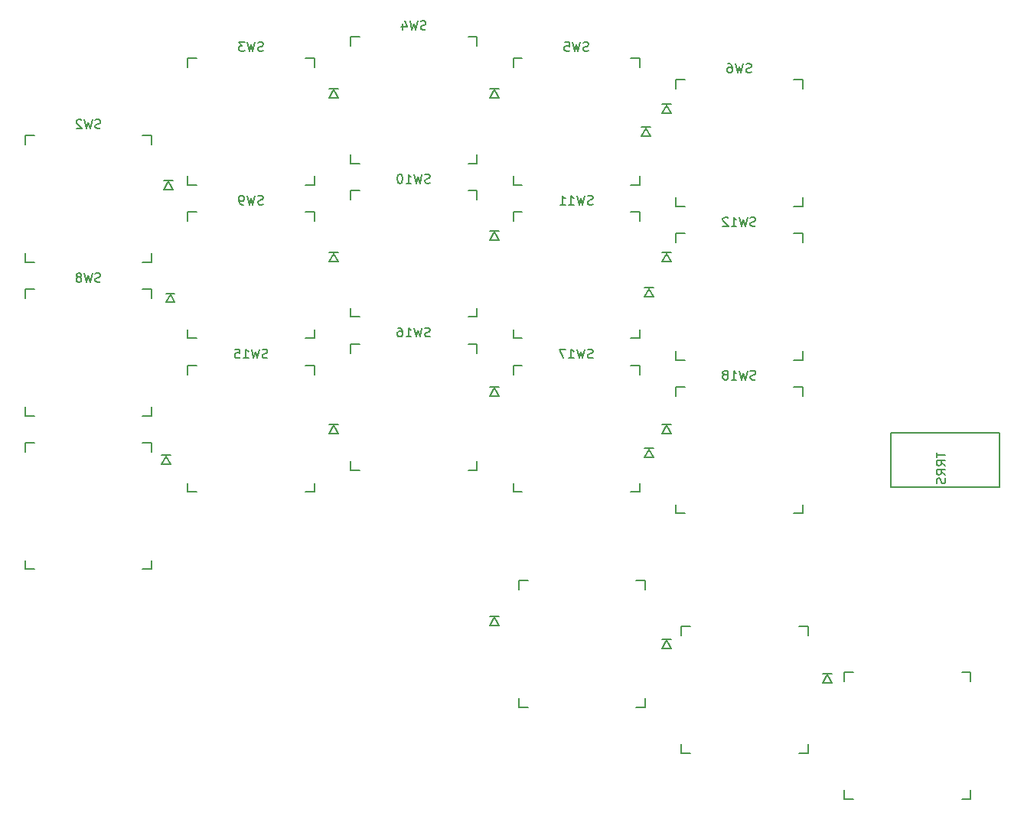
<source format=gbo>
G04 #@! TF.GenerationSoftware,KiCad,Pcbnew,(5.1.5-0-10_14)*
G04 #@! TF.CreationDate,2020-05-05T15:06:42+01:00*
G04 #@! TF.ProjectId,beak,6265616b-2e6b-4696-9361-645f70636258,2.1*
G04 #@! TF.SameCoordinates,Original*
G04 #@! TF.FileFunction,Legend,Bot*
G04 #@! TF.FilePolarity,Positive*
%FSLAX46Y46*%
G04 Gerber Fmt 4.6, Leading zero omitted, Abs format (unit mm)*
G04 Created by KiCad (PCBNEW (5.1.5-0-10_14)) date 2020-05-05 15:06:42*
%MOMM*%
%LPD*%
G04 APERTURE LIST*
%ADD10C,0.150000*%
G04 APERTURE END LIST*
D10*
X109620000Y-98440000D02*
X110620000Y-98440000D01*
X109620000Y-97440000D02*
X109620000Y-98440000D01*
X109620000Y-84440000D02*
X109620000Y-85440000D01*
X110620000Y-84440000D02*
X109620000Y-84440000D01*
X123620000Y-84440000D02*
X122620000Y-84440000D01*
X123620000Y-85440000D02*
X123620000Y-84440000D01*
X123620000Y-98440000D02*
X123620000Y-97440000D01*
X122620000Y-98440000D02*
X123620000Y-98440000D01*
X123000000Y-57920000D02*
X123000000Y-58920000D01*
X122000000Y-57920000D02*
X123000000Y-57920000D01*
X123000000Y-71920000D02*
X122000000Y-71920000D01*
X123000000Y-70920000D02*
X123000000Y-71920000D01*
X109000000Y-71920000D02*
X109000000Y-70920000D01*
X110000000Y-71920000D02*
X109000000Y-71920000D01*
X109000000Y-57920000D02*
X110000000Y-57920000D01*
X109000000Y-58920000D02*
X109000000Y-57920000D01*
X108500000Y-62045000D02*
X107500000Y-62045000D01*
X107500000Y-63045000D02*
X108000000Y-62145000D01*
X108500000Y-63045000D02*
X107500000Y-63045000D01*
X108000000Y-62145000D02*
X108500000Y-63045000D01*
X91620000Y-93360000D02*
X92620000Y-93360000D01*
X91620000Y-92360000D02*
X91620000Y-93360000D01*
X91620000Y-79360000D02*
X91620000Y-80360000D01*
X92620000Y-79360000D02*
X91620000Y-79360000D01*
X105620000Y-79360000D02*
X104620000Y-79360000D01*
X105620000Y-80360000D02*
X105620000Y-79360000D01*
X105620000Y-93360000D02*
X105620000Y-92360000D01*
X104620000Y-93360000D02*
X105620000Y-93360000D01*
X140620000Y-103520000D02*
X141620000Y-103520000D01*
X141620000Y-103520000D02*
X141620000Y-102520000D01*
X141620000Y-90520000D02*
X141620000Y-89520000D01*
X141620000Y-89520000D02*
X140620000Y-89520000D01*
X128620000Y-89520000D02*
X127620000Y-89520000D01*
X127620000Y-89520000D02*
X127620000Y-90520000D01*
X127620000Y-102520000D02*
X127620000Y-103520000D01*
X127620000Y-103520000D02*
X128620000Y-103520000D01*
X105000000Y-55545000D02*
X105000000Y-56545000D01*
X104000000Y-55545000D02*
X105000000Y-55545000D01*
X105000000Y-69545000D02*
X104000000Y-69545000D01*
X105000000Y-68545000D02*
X105000000Y-69545000D01*
X91000000Y-69545000D02*
X91000000Y-68545000D01*
X92000000Y-69545000D02*
X91000000Y-69545000D01*
X91000000Y-55545000D02*
X92000000Y-55545000D01*
X91000000Y-56545000D02*
X91000000Y-55545000D01*
X87000000Y-53170000D02*
X87000000Y-54170000D01*
X86000000Y-53170000D02*
X87000000Y-53170000D01*
X87000000Y-67170000D02*
X86000000Y-67170000D01*
X87000000Y-66170000D02*
X87000000Y-67170000D01*
X73000000Y-67170000D02*
X73000000Y-66170000D01*
X74000000Y-67170000D02*
X73000000Y-67170000D01*
X73000000Y-53170000D02*
X74000000Y-53170000D01*
X73000000Y-54170000D02*
X73000000Y-53170000D01*
X69000000Y-55545000D02*
X69000000Y-56545000D01*
X68000000Y-55545000D02*
X69000000Y-55545000D01*
X69000000Y-69545000D02*
X68000000Y-69545000D01*
X69000000Y-68545000D02*
X69000000Y-69545000D01*
X55000000Y-69545000D02*
X55000000Y-68545000D01*
X56000000Y-69545000D02*
X55000000Y-69545000D01*
X55000000Y-55545000D02*
X56000000Y-55545000D01*
X55000000Y-56545000D02*
X55000000Y-55545000D01*
X50000000Y-78105000D02*
X51000000Y-78105000D01*
X51000000Y-78105000D02*
X51000000Y-77105000D01*
X51000000Y-65105000D02*
X51000000Y-64105000D01*
X51000000Y-64105000D02*
X50000000Y-64105000D01*
X38000000Y-64105000D02*
X37000000Y-64105000D01*
X37000000Y-64105000D02*
X37000000Y-65105000D01*
X37000000Y-77105000D02*
X37000000Y-78105000D01*
X37000000Y-78105000D02*
X38000000Y-78105000D01*
X123000000Y-40920000D02*
X123000000Y-41920000D01*
X122000000Y-40920000D02*
X123000000Y-40920000D01*
X123000000Y-54920000D02*
X122000000Y-54920000D01*
X123000000Y-53920000D02*
X123000000Y-54920000D01*
X109000000Y-54920000D02*
X109000000Y-53920000D01*
X110000000Y-54920000D02*
X109000000Y-54920000D01*
X109000000Y-40920000D02*
X110000000Y-40920000D01*
X109000000Y-41920000D02*
X109000000Y-40920000D01*
X105000000Y-38540000D02*
X105000000Y-39540000D01*
X104000000Y-38540000D02*
X105000000Y-38540000D01*
X105000000Y-52540000D02*
X104000000Y-52540000D01*
X105000000Y-51540000D02*
X105000000Y-52540000D01*
X91000000Y-52540000D02*
X91000000Y-51540000D01*
X92000000Y-52540000D02*
X91000000Y-52540000D01*
X91000000Y-38540000D02*
X92000000Y-38540000D01*
X91000000Y-39540000D02*
X91000000Y-38540000D01*
X87000000Y-36170000D02*
X87000000Y-37170000D01*
X86000000Y-36170000D02*
X87000000Y-36170000D01*
X87000000Y-50170000D02*
X86000000Y-50170000D01*
X87000000Y-49170000D02*
X87000000Y-50170000D01*
X73000000Y-50170000D02*
X73000000Y-49170000D01*
X74000000Y-50170000D02*
X73000000Y-50170000D01*
X73000000Y-36170000D02*
X74000000Y-36170000D01*
X73000000Y-37170000D02*
X73000000Y-36170000D01*
X69000000Y-38540000D02*
X69000000Y-39540000D01*
X68000000Y-38540000D02*
X69000000Y-38540000D01*
X69000000Y-52540000D02*
X68000000Y-52540000D01*
X69000000Y-51540000D02*
X69000000Y-52540000D01*
X55000000Y-52540000D02*
X55000000Y-51540000D01*
X56000000Y-52540000D02*
X55000000Y-52540000D01*
X55000000Y-38540000D02*
X56000000Y-38540000D01*
X55000000Y-39540000D02*
X55000000Y-38540000D01*
X37000000Y-48100000D02*
X37000000Y-47100000D01*
X37000000Y-47100000D02*
X38000000Y-47100000D01*
X38000000Y-61100000D02*
X37000000Y-61100000D01*
X37000000Y-61100000D02*
X37000000Y-60100000D01*
X51000000Y-60100000D02*
X51000000Y-61100000D01*
X51000000Y-61100000D02*
X50000000Y-61100000D01*
X50000000Y-47100000D02*
X51000000Y-47100000D01*
X51000000Y-47100000D02*
X51000000Y-48100000D01*
X123000000Y-23920000D02*
X123000000Y-24920000D01*
X122000000Y-23920000D02*
X123000000Y-23920000D01*
X123000000Y-37920000D02*
X122000000Y-37920000D01*
X123000000Y-36920000D02*
X123000000Y-37920000D01*
X109000000Y-37920000D02*
X109000000Y-36920000D01*
X110000000Y-37920000D02*
X109000000Y-37920000D01*
X109000000Y-23920000D02*
X110000000Y-23920000D01*
X109000000Y-24920000D02*
X109000000Y-23920000D01*
X105000000Y-21540000D02*
X105000000Y-22540000D01*
X104000000Y-21540000D02*
X105000000Y-21540000D01*
X105000000Y-35540000D02*
X104000000Y-35540000D01*
X105000000Y-34540000D02*
X105000000Y-35540000D01*
X91000000Y-35540000D02*
X91000000Y-34540000D01*
X92000000Y-35540000D02*
X91000000Y-35540000D01*
X91000000Y-21540000D02*
X92000000Y-21540000D01*
X91000000Y-22540000D02*
X91000000Y-21540000D01*
X73000000Y-20180000D02*
X73000000Y-19180000D01*
X73000000Y-19180000D02*
X74000000Y-19180000D01*
X74000000Y-33180000D02*
X73000000Y-33180000D01*
X73000000Y-33180000D02*
X73000000Y-32180000D01*
X87000000Y-32180000D02*
X87000000Y-33180000D01*
X87000000Y-33180000D02*
X86000000Y-33180000D01*
X86000000Y-19180000D02*
X87000000Y-19180000D01*
X87000000Y-19180000D02*
X87000000Y-20180000D01*
X69000000Y-21540000D02*
X69000000Y-22540000D01*
X68000000Y-21540000D02*
X69000000Y-21540000D01*
X69000000Y-35540000D02*
X68000000Y-35540000D01*
X69000000Y-34540000D02*
X69000000Y-35540000D01*
X55000000Y-35540000D02*
X55000000Y-34540000D01*
X56000000Y-35540000D02*
X55000000Y-35540000D01*
X55000000Y-21540000D02*
X56000000Y-21540000D01*
X55000000Y-22540000D02*
X55000000Y-21540000D01*
X37000000Y-31100000D02*
X37000000Y-30100000D01*
X37000000Y-30100000D02*
X38000000Y-30100000D01*
X38000000Y-44100000D02*
X37000000Y-44100000D01*
X37000000Y-44100000D02*
X37000000Y-43100000D01*
X51000000Y-43100000D02*
X51000000Y-44100000D01*
X51000000Y-44100000D02*
X50000000Y-44100000D01*
X50000000Y-30100000D02*
X51000000Y-30100000D01*
X51000000Y-30100000D02*
X51000000Y-31100000D01*
X144780000Y-63000000D02*
X144780000Y-69000000D01*
X144780000Y-69000000D02*
X132780000Y-69000000D01*
X132780000Y-69000000D02*
X132780000Y-63000000D01*
X132780000Y-63000000D02*
X144780000Y-63000000D01*
X53340000Y-35060000D02*
X52340000Y-35060000D01*
X52340000Y-36060000D02*
X52840000Y-35160000D01*
X53340000Y-36060000D02*
X52340000Y-36060000D01*
X52840000Y-35160000D02*
X53340000Y-36060000D01*
X71120000Y-25000000D02*
X71620000Y-25900000D01*
X71620000Y-25900000D02*
X70620000Y-25900000D01*
X70620000Y-25900000D02*
X71120000Y-25000000D01*
X71620000Y-24900000D02*
X70620000Y-24900000D01*
X89400000Y-24900000D02*
X88400000Y-24900000D01*
X88400000Y-25900000D02*
X88900000Y-25000000D01*
X89400000Y-25900000D02*
X88400000Y-25900000D01*
X88900000Y-25000000D02*
X89400000Y-25900000D01*
X106180000Y-29170000D02*
X105180000Y-29170000D01*
X105180000Y-30170000D02*
X105680000Y-29270000D01*
X106180000Y-30170000D02*
X105180000Y-30170000D01*
X105680000Y-29270000D02*
X106180000Y-30170000D01*
X108450000Y-26630000D02*
X107450000Y-26630000D01*
X107450000Y-27630000D02*
X107950000Y-26730000D01*
X108450000Y-27630000D02*
X107450000Y-27630000D01*
X107950000Y-26730000D02*
X108450000Y-27630000D01*
X53570000Y-47560000D02*
X52570000Y-47560000D01*
X52570000Y-48560000D02*
X53070000Y-47660000D01*
X53570000Y-48560000D02*
X52570000Y-48560000D01*
X53070000Y-47660000D02*
X53570000Y-48560000D01*
X71120000Y-43145000D02*
X71620000Y-44045000D01*
X71620000Y-44045000D02*
X70620000Y-44045000D01*
X70620000Y-44045000D02*
X71120000Y-43145000D01*
X71620000Y-43045000D02*
X70620000Y-43045000D01*
X89400000Y-40670000D02*
X88400000Y-40670000D01*
X88400000Y-41670000D02*
X88900000Y-40770000D01*
X89400000Y-41670000D02*
X88400000Y-41670000D01*
X88900000Y-40770000D02*
X89400000Y-41670000D01*
X106500000Y-46950000D02*
X105500000Y-46950000D01*
X105500000Y-47950000D02*
X106000000Y-47050000D01*
X106500000Y-47950000D02*
X105500000Y-47950000D01*
X106000000Y-47050000D02*
X106500000Y-47950000D01*
X108500000Y-43045000D02*
X107500000Y-43045000D01*
X107500000Y-44045000D02*
X108000000Y-43145000D01*
X108500000Y-44045000D02*
X107500000Y-44045000D01*
X108000000Y-43145000D02*
X108500000Y-44045000D01*
X53070000Y-65495000D02*
X52070000Y-65495000D01*
X52070000Y-66495000D02*
X52570000Y-65595000D01*
X53070000Y-66495000D02*
X52070000Y-66495000D01*
X52570000Y-65595000D02*
X53070000Y-66495000D01*
X71620000Y-62045000D02*
X70620000Y-62045000D01*
X70620000Y-63045000D02*
X71120000Y-62145000D01*
X71620000Y-63045000D02*
X70620000Y-63045000D01*
X71120000Y-62145000D02*
X71620000Y-63045000D01*
X88900000Y-58020000D02*
X89400000Y-58920000D01*
X89400000Y-58920000D02*
X88400000Y-58920000D01*
X88400000Y-58920000D02*
X88900000Y-58020000D01*
X89400000Y-57920000D02*
X88400000Y-57920000D01*
X106500000Y-64730000D02*
X105500000Y-64730000D01*
X105500000Y-65730000D02*
X106000000Y-64830000D01*
X106500000Y-65730000D02*
X105500000Y-65730000D01*
X106000000Y-64830000D02*
X106500000Y-65730000D01*
X89400000Y-83320000D02*
X88400000Y-83320000D01*
X88400000Y-84320000D02*
X88900000Y-83420000D01*
X89400000Y-84320000D02*
X88400000Y-84320000D01*
X88900000Y-83420000D02*
X89400000Y-84320000D01*
X108450000Y-85860000D02*
X107450000Y-85860000D01*
X107450000Y-86860000D02*
X107950000Y-85960000D01*
X108450000Y-86860000D02*
X107450000Y-86860000D01*
X107950000Y-85960000D02*
X108450000Y-86860000D01*
X126230000Y-89670000D02*
X125230000Y-89670000D01*
X125230000Y-90670000D02*
X125730000Y-89770000D01*
X126230000Y-90670000D02*
X125230000Y-90670000D01*
X125730000Y-89770000D02*
X126230000Y-90670000D01*
X117809523Y-57069761D02*
X117666666Y-57117380D01*
X117428571Y-57117380D01*
X117333333Y-57069761D01*
X117285714Y-57022142D01*
X117238095Y-56926904D01*
X117238095Y-56831666D01*
X117285714Y-56736428D01*
X117333333Y-56688809D01*
X117428571Y-56641190D01*
X117619047Y-56593571D01*
X117714285Y-56545952D01*
X117761904Y-56498333D01*
X117809523Y-56403095D01*
X117809523Y-56307857D01*
X117761904Y-56212619D01*
X117714285Y-56165000D01*
X117619047Y-56117380D01*
X117380952Y-56117380D01*
X117238095Y-56165000D01*
X116904761Y-56117380D02*
X116666666Y-57117380D01*
X116476190Y-56403095D01*
X116285714Y-57117380D01*
X116047619Y-56117380D01*
X115142857Y-57117380D02*
X115714285Y-57117380D01*
X115428571Y-57117380D02*
X115428571Y-56117380D01*
X115523809Y-56260238D01*
X115619047Y-56355476D01*
X115714285Y-56403095D01*
X114571428Y-56545952D02*
X114666666Y-56498333D01*
X114714285Y-56450714D01*
X114761904Y-56355476D01*
X114761904Y-56307857D01*
X114714285Y-56212619D01*
X114666666Y-56165000D01*
X114571428Y-56117380D01*
X114380952Y-56117380D01*
X114285714Y-56165000D01*
X114238095Y-56212619D01*
X114190476Y-56307857D01*
X114190476Y-56355476D01*
X114238095Y-56450714D01*
X114285714Y-56498333D01*
X114380952Y-56545952D01*
X114571428Y-56545952D01*
X114666666Y-56593571D01*
X114714285Y-56641190D01*
X114761904Y-56736428D01*
X114761904Y-56926904D01*
X114714285Y-57022142D01*
X114666666Y-57069761D01*
X114571428Y-57117380D01*
X114380952Y-57117380D01*
X114285714Y-57069761D01*
X114238095Y-57022142D01*
X114190476Y-56926904D01*
X114190476Y-56736428D01*
X114238095Y-56641190D01*
X114285714Y-56593571D01*
X114380952Y-56545952D01*
X99809523Y-54694761D02*
X99666666Y-54742380D01*
X99428571Y-54742380D01*
X99333333Y-54694761D01*
X99285714Y-54647142D01*
X99238095Y-54551904D01*
X99238095Y-54456666D01*
X99285714Y-54361428D01*
X99333333Y-54313809D01*
X99428571Y-54266190D01*
X99619047Y-54218571D01*
X99714285Y-54170952D01*
X99761904Y-54123333D01*
X99809523Y-54028095D01*
X99809523Y-53932857D01*
X99761904Y-53837619D01*
X99714285Y-53790000D01*
X99619047Y-53742380D01*
X99380952Y-53742380D01*
X99238095Y-53790000D01*
X98904761Y-53742380D02*
X98666666Y-54742380D01*
X98476190Y-54028095D01*
X98285714Y-54742380D01*
X98047619Y-53742380D01*
X97142857Y-54742380D02*
X97714285Y-54742380D01*
X97428571Y-54742380D02*
X97428571Y-53742380D01*
X97523809Y-53885238D01*
X97619047Y-53980476D01*
X97714285Y-54028095D01*
X96809523Y-53742380D02*
X96142857Y-53742380D01*
X96571428Y-54742380D01*
X81809523Y-52319761D02*
X81666666Y-52367380D01*
X81428571Y-52367380D01*
X81333333Y-52319761D01*
X81285714Y-52272142D01*
X81238095Y-52176904D01*
X81238095Y-52081666D01*
X81285714Y-51986428D01*
X81333333Y-51938809D01*
X81428571Y-51891190D01*
X81619047Y-51843571D01*
X81714285Y-51795952D01*
X81761904Y-51748333D01*
X81809523Y-51653095D01*
X81809523Y-51557857D01*
X81761904Y-51462619D01*
X81714285Y-51415000D01*
X81619047Y-51367380D01*
X81380952Y-51367380D01*
X81238095Y-51415000D01*
X80904761Y-51367380D02*
X80666666Y-52367380D01*
X80476190Y-51653095D01*
X80285714Y-52367380D01*
X80047619Y-51367380D01*
X79142857Y-52367380D02*
X79714285Y-52367380D01*
X79428571Y-52367380D02*
X79428571Y-51367380D01*
X79523809Y-51510238D01*
X79619047Y-51605476D01*
X79714285Y-51653095D01*
X78285714Y-51367380D02*
X78476190Y-51367380D01*
X78571428Y-51415000D01*
X78619047Y-51462619D01*
X78714285Y-51605476D01*
X78761904Y-51795952D01*
X78761904Y-52176904D01*
X78714285Y-52272142D01*
X78666666Y-52319761D01*
X78571428Y-52367380D01*
X78380952Y-52367380D01*
X78285714Y-52319761D01*
X78238095Y-52272142D01*
X78190476Y-52176904D01*
X78190476Y-51938809D01*
X78238095Y-51843571D01*
X78285714Y-51795952D01*
X78380952Y-51748333D01*
X78571428Y-51748333D01*
X78666666Y-51795952D01*
X78714285Y-51843571D01*
X78761904Y-51938809D01*
X63809523Y-54694761D02*
X63666666Y-54742380D01*
X63428571Y-54742380D01*
X63333333Y-54694761D01*
X63285714Y-54647142D01*
X63238095Y-54551904D01*
X63238095Y-54456666D01*
X63285714Y-54361428D01*
X63333333Y-54313809D01*
X63428571Y-54266190D01*
X63619047Y-54218571D01*
X63714285Y-54170952D01*
X63761904Y-54123333D01*
X63809523Y-54028095D01*
X63809523Y-53932857D01*
X63761904Y-53837619D01*
X63714285Y-53790000D01*
X63619047Y-53742380D01*
X63380952Y-53742380D01*
X63238095Y-53790000D01*
X62904761Y-53742380D02*
X62666666Y-54742380D01*
X62476190Y-54028095D01*
X62285714Y-54742380D01*
X62047619Y-53742380D01*
X61142857Y-54742380D02*
X61714285Y-54742380D01*
X61428571Y-54742380D02*
X61428571Y-53742380D01*
X61523809Y-53885238D01*
X61619047Y-53980476D01*
X61714285Y-54028095D01*
X60238095Y-53742380D02*
X60714285Y-53742380D01*
X60761904Y-54218571D01*
X60714285Y-54170952D01*
X60619047Y-54123333D01*
X60380952Y-54123333D01*
X60285714Y-54170952D01*
X60238095Y-54218571D01*
X60190476Y-54313809D01*
X60190476Y-54551904D01*
X60238095Y-54647142D01*
X60285714Y-54694761D01*
X60380952Y-54742380D01*
X60619047Y-54742380D01*
X60714285Y-54694761D01*
X60761904Y-54647142D01*
X117809523Y-40069761D02*
X117666666Y-40117380D01*
X117428571Y-40117380D01*
X117333333Y-40069761D01*
X117285714Y-40022142D01*
X117238095Y-39926904D01*
X117238095Y-39831666D01*
X117285714Y-39736428D01*
X117333333Y-39688809D01*
X117428571Y-39641190D01*
X117619047Y-39593571D01*
X117714285Y-39545952D01*
X117761904Y-39498333D01*
X117809523Y-39403095D01*
X117809523Y-39307857D01*
X117761904Y-39212619D01*
X117714285Y-39165000D01*
X117619047Y-39117380D01*
X117380952Y-39117380D01*
X117238095Y-39165000D01*
X116904761Y-39117380D02*
X116666666Y-40117380D01*
X116476190Y-39403095D01*
X116285714Y-40117380D01*
X116047619Y-39117380D01*
X115142857Y-40117380D02*
X115714285Y-40117380D01*
X115428571Y-40117380D02*
X115428571Y-39117380D01*
X115523809Y-39260238D01*
X115619047Y-39355476D01*
X115714285Y-39403095D01*
X114761904Y-39212619D02*
X114714285Y-39165000D01*
X114619047Y-39117380D01*
X114380952Y-39117380D01*
X114285714Y-39165000D01*
X114238095Y-39212619D01*
X114190476Y-39307857D01*
X114190476Y-39403095D01*
X114238095Y-39545952D01*
X114809523Y-40117380D01*
X114190476Y-40117380D01*
X99809523Y-37689761D02*
X99666666Y-37737380D01*
X99428571Y-37737380D01*
X99333333Y-37689761D01*
X99285714Y-37642142D01*
X99238095Y-37546904D01*
X99238095Y-37451666D01*
X99285714Y-37356428D01*
X99333333Y-37308809D01*
X99428571Y-37261190D01*
X99619047Y-37213571D01*
X99714285Y-37165952D01*
X99761904Y-37118333D01*
X99809523Y-37023095D01*
X99809523Y-36927857D01*
X99761904Y-36832619D01*
X99714285Y-36785000D01*
X99619047Y-36737380D01*
X99380952Y-36737380D01*
X99238095Y-36785000D01*
X98904761Y-36737380D02*
X98666666Y-37737380D01*
X98476190Y-37023095D01*
X98285714Y-37737380D01*
X98047619Y-36737380D01*
X97142857Y-37737380D02*
X97714285Y-37737380D01*
X97428571Y-37737380D02*
X97428571Y-36737380D01*
X97523809Y-36880238D01*
X97619047Y-36975476D01*
X97714285Y-37023095D01*
X96190476Y-37737380D02*
X96761904Y-37737380D01*
X96476190Y-37737380D02*
X96476190Y-36737380D01*
X96571428Y-36880238D01*
X96666666Y-36975476D01*
X96761904Y-37023095D01*
X81809523Y-35319761D02*
X81666666Y-35367380D01*
X81428571Y-35367380D01*
X81333333Y-35319761D01*
X81285714Y-35272142D01*
X81238095Y-35176904D01*
X81238095Y-35081666D01*
X81285714Y-34986428D01*
X81333333Y-34938809D01*
X81428571Y-34891190D01*
X81619047Y-34843571D01*
X81714285Y-34795952D01*
X81761904Y-34748333D01*
X81809523Y-34653095D01*
X81809523Y-34557857D01*
X81761904Y-34462619D01*
X81714285Y-34415000D01*
X81619047Y-34367380D01*
X81380952Y-34367380D01*
X81238095Y-34415000D01*
X80904761Y-34367380D02*
X80666666Y-35367380D01*
X80476190Y-34653095D01*
X80285714Y-35367380D01*
X80047619Y-34367380D01*
X79142857Y-35367380D02*
X79714285Y-35367380D01*
X79428571Y-35367380D02*
X79428571Y-34367380D01*
X79523809Y-34510238D01*
X79619047Y-34605476D01*
X79714285Y-34653095D01*
X78523809Y-34367380D02*
X78428571Y-34367380D01*
X78333333Y-34415000D01*
X78285714Y-34462619D01*
X78238095Y-34557857D01*
X78190476Y-34748333D01*
X78190476Y-34986428D01*
X78238095Y-35176904D01*
X78285714Y-35272142D01*
X78333333Y-35319761D01*
X78428571Y-35367380D01*
X78523809Y-35367380D01*
X78619047Y-35319761D01*
X78666666Y-35272142D01*
X78714285Y-35176904D01*
X78761904Y-34986428D01*
X78761904Y-34748333D01*
X78714285Y-34557857D01*
X78666666Y-34462619D01*
X78619047Y-34415000D01*
X78523809Y-34367380D01*
X63333333Y-37689761D02*
X63190476Y-37737380D01*
X62952380Y-37737380D01*
X62857142Y-37689761D01*
X62809523Y-37642142D01*
X62761904Y-37546904D01*
X62761904Y-37451666D01*
X62809523Y-37356428D01*
X62857142Y-37308809D01*
X62952380Y-37261190D01*
X63142857Y-37213571D01*
X63238095Y-37165952D01*
X63285714Y-37118333D01*
X63333333Y-37023095D01*
X63333333Y-36927857D01*
X63285714Y-36832619D01*
X63238095Y-36785000D01*
X63142857Y-36737380D01*
X62904761Y-36737380D01*
X62761904Y-36785000D01*
X62428571Y-36737380D02*
X62190476Y-37737380D01*
X62000000Y-37023095D01*
X61809523Y-37737380D01*
X61571428Y-36737380D01*
X61142857Y-37737380D02*
X60952380Y-37737380D01*
X60857142Y-37689761D01*
X60809523Y-37642142D01*
X60714285Y-37499285D01*
X60666666Y-37308809D01*
X60666666Y-36927857D01*
X60714285Y-36832619D01*
X60761904Y-36785000D01*
X60857142Y-36737380D01*
X61047619Y-36737380D01*
X61142857Y-36785000D01*
X61190476Y-36832619D01*
X61238095Y-36927857D01*
X61238095Y-37165952D01*
X61190476Y-37261190D01*
X61142857Y-37308809D01*
X61047619Y-37356428D01*
X60857142Y-37356428D01*
X60761904Y-37308809D01*
X60714285Y-37261190D01*
X60666666Y-37165952D01*
X45333333Y-46249761D02*
X45190476Y-46297380D01*
X44952380Y-46297380D01*
X44857142Y-46249761D01*
X44809523Y-46202142D01*
X44761904Y-46106904D01*
X44761904Y-46011666D01*
X44809523Y-45916428D01*
X44857142Y-45868809D01*
X44952380Y-45821190D01*
X45142857Y-45773571D01*
X45238095Y-45725952D01*
X45285714Y-45678333D01*
X45333333Y-45583095D01*
X45333333Y-45487857D01*
X45285714Y-45392619D01*
X45238095Y-45345000D01*
X45142857Y-45297380D01*
X44904761Y-45297380D01*
X44761904Y-45345000D01*
X44428571Y-45297380D02*
X44190476Y-46297380D01*
X44000000Y-45583095D01*
X43809523Y-46297380D01*
X43571428Y-45297380D01*
X43047619Y-45725952D02*
X43142857Y-45678333D01*
X43190476Y-45630714D01*
X43238095Y-45535476D01*
X43238095Y-45487857D01*
X43190476Y-45392619D01*
X43142857Y-45345000D01*
X43047619Y-45297380D01*
X42857142Y-45297380D01*
X42761904Y-45345000D01*
X42714285Y-45392619D01*
X42666666Y-45487857D01*
X42666666Y-45535476D01*
X42714285Y-45630714D01*
X42761904Y-45678333D01*
X42857142Y-45725952D01*
X43047619Y-45725952D01*
X43142857Y-45773571D01*
X43190476Y-45821190D01*
X43238095Y-45916428D01*
X43238095Y-46106904D01*
X43190476Y-46202142D01*
X43142857Y-46249761D01*
X43047619Y-46297380D01*
X42857142Y-46297380D01*
X42761904Y-46249761D01*
X42714285Y-46202142D01*
X42666666Y-46106904D01*
X42666666Y-45916428D01*
X42714285Y-45821190D01*
X42761904Y-45773571D01*
X42857142Y-45725952D01*
X117333333Y-23069761D02*
X117190476Y-23117380D01*
X116952380Y-23117380D01*
X116857142Y-23069761D01*
X116809523Y-23022142D01*
X116761904Y-22926904D01*
X116761904Y-22831666D01*
X116809523Y-22736428D01*
X116857142Y-22688809D01*
X116952380Y-22641190D01*
X117142857Y-22593571D01*
X117238095Y-22545952D01*
X117285714Y-22498333D01*
X117333333Y-22403095D01*
X117333333Y-22307857D01*
X117285714Y-22212619D01*
X117238095Y-22165000D01*
X117142857Y-22117380D01*
X116904761Y-22117380D01*
X116761904Y-22165000D01*
X116428571Y-22117380D02*
X116190476Y-23117380D01*
X116000000Y-22403095D01*
X115809523Y-23117380D01*
X115571428Y-22117380D01*
X114761904Y-22117380D02*
X114952380Y-22117380D01*
X115047619Y-22165000D01*
X115095238Y-22212619D01*
X115190476Y-22355476D01*
X115238095Y-22545952D01*
X115238095Y-22926904D01*
X115190476Y-23022142D01*
X115142857Y-23069761D01*
X115047619Y-23117380D01*
X114857142Y-23117380D01*
X114761904Y-23069761D01*
X114714285Y-23022142D01*
X114666666Y-22926904D01*
X114666666Y-22688809D01*
X114714285Y-22593571D01*
X114761904Y-22545952D01*
X114857142Y-22498333D01*
X115047619Y-22498333D01*
X115142857Y-22545952D01*
X115190476Y-22593571D01*
X115238095Y-22688809D01*
X99333333Y-20689761D02*
X99190476Y-20737380D01*
X98952380Y-20737380D01*
X98857142Y-20689761D01*
X98809523Y-20642142D01*
X98761904Y-20546904D01*
X98761904Y-20451666D01*
X98809523Y-20356428D01*
X98857142Y-20308809D01*
X98952380Y-20261190D01*
X99142857Y-20213571D01*
X99238095Y-20165952D01*
X99285714Y-20118333D01*
X99333333Y-20023095D01*
X99333333Y-19927857D01*
X99285714Y-19832619D01*
X99238095Y-19785000D01*
X99142857Y-19737380D01*
X98904761Y-19737380D01*
X98761904Y-19785000D01*
X98428571Y-19737380D02*
X98190476Y-20737380D01*
X98000000Y-20023095D01*
X97809523Y-20737380D01*
X97571428Y-19737380D01*
X96714285Y-19737380D02*
X97190476Y-19737380D01*
X97238095Y-20213571D01*
X97190476Y-20165952D01*
X97095238Y-20118333D01*
X96857142Y-20118333D01*
X96761904Y-20165952D01*
X96714285Y-20213571D01*
X96666666Y-20308809D01*
X96666666Y-20546904D01*
X96714285Y-20642142D01*
X96761904Y-20689761D01*
X96857142Y-20737380D01*
X97095238Y-20737380D01*
X97190476Y-20689761D01*
X97238095Y-20642142D01*
X81333333Y-18329761D02*
X81190476Y-18377380D01*
X80952380Y-18377380D01*
X80857142Y-18329761D01*
X80809523Y-18282142D01*
X80761904Y-18186904D01*
X80761904Y-18091666D01*
X80809523Y-17996428D01*
X80857142Y-17948809D01*
X80952380Y-17901190D01*
X81142857Y-17853571D01*
X81238095Y-17805952D01*
X81285714Y-17758333D01*
X81333333Y-17663095D01*
X81333333Y-17567857D01*
X81285714Y-17472619D01*
X81238095Y-17425000D01*
X81142857Y-17377380D01*
X80904761Y-17377380D01*
X80761904Y-17425000D01*
X80428571Y-17377380D02*
X80190476Y-18377380D01*
X80000000Y-17663095D01*
X79809523Y-18377380D01*
X79571428Y-17377380D01*
X78761904Y-17710714D02*
X78761904Y-18377380D01*
X79000000Y-17329761D02*
X79238095Y-18044047D01*
X78619047Y-18044047D01*
X63333333Y-20689761D02*
X63190476Y-20737380D01*
X62952380Y-20737380D01*
X62857142Y-20689761D01*
X62809523Y-20642142D01*
X62761904Y-20546904D01*
X62761904Y-20451666D01*
X62809523Y-20356428D01*
X62857142Y-20308809D01*
X62952380Y-20261190D01*
X63142857Y-20213571D01*
X63238095Y-20165952D01*
X63285714Y-20118333D01*
X63333333Y-20023095D01*
X63333333Y-19927857D01*
X63285714Y-19832619D01*
X63238095Y-19785000D01*
X63142857Y-19737380D01*
X62904761Y-19737380D01*
X62761904Y-19785000D01*
X62428571Y-19737380D02*
X62190476Y-20737380D01*
X62000000Y-20023095D01*
X61809523Y-20737380D01*
X61571428Y-19737380D01*
X61285714Y-19737380D02*
X60666666Y-19737380D01*
X61000000Y-20118333D01*
X60857142Y-20118333D01*
X60761904Y-20165952D01*
X60714285Y-20213571D01*
X60666666Y-20308809D01*
X60666666Y-20546904D01*
X60714285Y-20642142D01*
X60761904Y-20689761D01*
X60857142Y-20737380D01*
X61142857Y-20737380D01*
X61238095Y-20689761D01*
X61285714Y-20642142D01*
X45333333Y-29249761D02*
X45190476Y-29297380D01*
X44952380Y-29297380D01*
X44857142Y-29249761D01*
X44809523Y-29202142D01*
X44761904Y-29106904D01*
X44761904Y-29011666D01*
X44809523Y-28916428D01*
X44857142Y-28868809D01*
X44952380Y-28821190D01*
X45142857Y-28773571D01*
X45238095Y-28725952D01*
X45285714Y-28678333D01*
X45333333Y-28583095D01*
X45333333Y-28487857D01*
X45285714Y-28392619D01*
X45238095Y-28345000D01*
X45142857Y-28297380D01*
X44904761Y-28297380D01*
X44761904Y-28345000D01*
X44428571Y-28297380D02*
X44190476Y-29297380D01*
X44000000Y-28583095D01*
X43809523Y-29297380D01*
X43571428Y-28297380D01*
X43238095Y-28392619D02*
X43190476Y-28345000D01*
X43095238Y-28297380D01*
X42857142Y-28297380D01*
X42761904Y-28345000D01*
X42714285Y-28392619D01*
X42666666Y-28487857D01*
X42666666Y-28583095D01*
X42714285Y-28725952D01*
X43285714Y-29297380D01*
X42666666Y-29297380D01*
X137818880Y-65162595D02*
X137818880Y-65734023D01*
X138818880Y-65448309D02*
X137818880Y-65448309D01*
X138818880Y-66638785D02*
X138342690Y-66305452D01*
X138818880Y-66067357D02*
X137818880Y-66067357D01*
X137818880Y-66448309D01*
X137866500Y-66543547D01*
X137914119Y-66591166D01*
X138009357Y-66638785D01*
X138152214Y-66638785D01*
X138247452Y-66591166D01*
X138295071Y-66543547D01*
X138342690Y-66448309D01*
X138342690Y-66067357D01*
X138818880Y-67638785D02*
X138342690Y-67305452D01*
X138818880Y-67067357D02*
X137818880Y-67067357D01*
X137818880Y-67448309D01*
X137866500Y-67543547D01*
X137914119Y-67591166D01*
X138009357Y-67638785D01*
X138152214Y-67638785D01*
X138247452Y-67591166D01*
X138295071Y-67543547D01*
X138342690Y-67448309D01*
X138342690Y-67067357D01*
X138771261Y-68019738D02*
X138818880Y-68162595D01*
X138818880Y-68400690D01*
X138771261Y-68495928D01*
X138723642Y-68543547D01*
X138628404Y-68591166D01*
X138533166Y-68591166D01*
X138437928Y-68543547D01*
X138390309Y-68495928D01*
X138342690Y-68400690D01*
X138295071Y-68210214D01*
X138247452Y-68114976D01*
X138199833Y-68067357D01*
X138104595Y-68019738D01*
X138009357Y-68019738D01*
X137914119Y-68067357D01*
X137866500Y-68114976D01*
X137818880Y-68210214D01*
X137818880Y-68448309D01*
X137866500Y-68591166D01*
M02*

</source>
